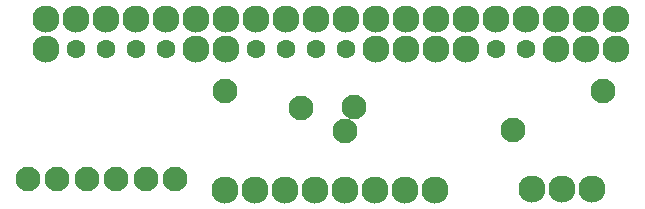
<source format=gbr>
%TF.GenerationSoftware,KiCad,Pcbnew,(5.1.6)-1*%
%TF.CreationDate,2025-02-09T10:47:56-05:00*%
%TF.ProjectId,test_mother_board,74657374-5f6d-46f7-9468-65725f626f61,rev?*%
%TF.SameCoordinates,PX623a7c0PY510ff40*%
%TF.FileFunction,Soldermask,Bot*%
%TF.FilePolarity,Negative*%
%FSLAX46Y46*%
G04 Gerber Fmt 4.6, Leading zero omitted, Abs format (unit mm)*
G04 Created by KiCad (PCBNEW (5.1.6)-1) date 2025-02-09 10:47:56*
%MOMM*%
%LPD*%
G01*
G04 APERTURE LIST*
%ADD10C,2.300000*%
%ADD11C,1.600000*%
%ADD12C,2.100000*%
G04 APERTURE END LIST*
D10*
%TO.C,REF\u002A\u002A*%
X45220000Y5100000D03*
X47760000Y5100000D03*
X50300000Y5100000D03*
%TD*%
%TO.C,J7*%
X52300000Y19540000D03*
X52300000Y17000000D03*
X49760000Y19540000D03*
X49760000Y17000000D03*
X47220000Y19540000D03*
X47220000Y17000000D03*
X44680000Y19540000D03*
D11*
X44680000Y17000000D03*
D10*
X42140000Y19540000D03*
D11*
X42140000Y17000000D03*
D10*
X39600000Y19540000D03*
X39600000Y17000000D03*
X37060000Y19540000D03*
X37060000Y17000000D03*
X34520000Y19540000D03*
X34520000Y17000000D03*
X31980000Y19540000D03*
X31980000Y17000000D03*
X29440000Y19540000D03*
D11*
X29440000Y17000000D03*
D10*
X26900000Y19540000D03*
D11*
X26900000Y17000000D03*
D10*
X24360000Y19540000D03*
D11*
X24360000Y17000000D03*
D10*
X21820000Y19540000D03*
D11*
X21820000Y17000000D03*
D10*
X19280000Y19540000D03*
X19280000Y17000000D03*
X16740000Y19540000D03*
X16740000Y17000000D03*
X14200000Y19540000D03*
D11*
X14200000Y17000000D03*
D10*
X11660000Y19540000D03*
D11*
X11660000Y17000000D03*
D10*
X9120000Y19540000D03*
D11*
X9120000Y17000000D03*
D10*
X6580000Y19540000D03*
D11*
X6580000Y17000000D03*
D10*
X4040000Y19540000D03*
X4040000Y17000000D03*
%TD*%
%TO.C,J4*%
X19220000Y5000000D03*
X21760000Y5000000D03*
X24300000Y5000000D03*
X26840000Y5000000D03*
X29380000Y5000000D03*
X31920000Y5000000D03*
X34460000Y5000000D03*
X37000000Y5000000D03*
%TD*%
D12*
X51200000Y13400000D03*
X19200000Y13400000D03*
X43600000Y10100000D03*
X29380000Y10020000D03*
X25600000Y12000000D03*
X30100000Y12100000D03*
X12500000Y6000000D03*
X15000000Y6000000D03*
X10000000Y6000000D03*
X5000000Y6000000D03*
X7500000Y6000000D03*
X2500000Y6000000D03*
M02*

</source>
